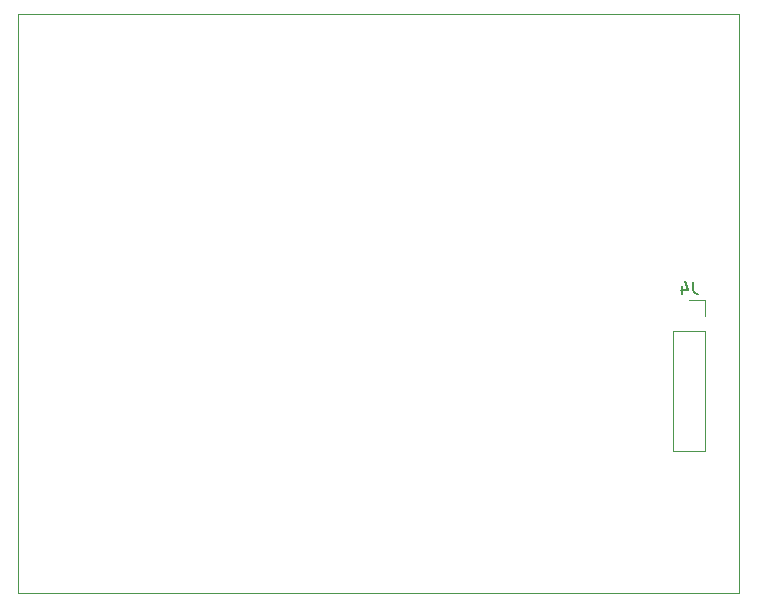
<source format=gbr>
%TF.GenerationSoftware,KiCad,Pcbnew,8.0.5*%
%TF.CreationDate,2025-02-06T11:15:49+08:00*%
%TF.ProjectId,arduino_solar_bikelight_1,61726475-696e-46f5-9f73-6f6c61725f62,rev?*%
%TF.SameCoordinates,Original*%
%TF.FileFunction,Legend,Bot*%
%TF.FilePolarity,Positive*%
%FSLAX46Y46*%
G04 Gerber Fmt 4.6, Leading zero omitted, Abs format (unit mm)*
G04 Created by KiCad (PCBNEW 8.0.5) date 2025-02-06 11:15:49*
%MOMM*%
%LPD*%
G01*
G04 APERTURE LIST*
%ADD10C,0.150000*%
%ADD11C,0.120000*%
%TA.AperFunction,Profile*%
%ADD12C,0.050000*%
%TD*%
G04 APERTURE END LIST*
D10*
X183878333Y-81024819D02*
X183878333Y-81739104D01*
X183878333Y-81739104D02*
X183925952Y-81881961D01*
X183925952Y-81881961D02*
X184021190Y-81977200D01*
X184021190Y-81977200D02*
X184164047Y-82024819D01*
X184164047Y-82024819D02*
X184259285Y-82024819D01*
X182973571Y-81358152D02*
X182973571Y-82024819D01*
X183211666Y-80977200D02*
X183449761Y-81691485D01*
X183449761Y-81691485D02*
X182830714Y-81691485D01*
D11*
%TO.C,J4*%
X182215000Y-85170000D02*
X184875000Y-85170000D01*
X182215000Y-95390000D02*
X182215000Y-85170000D01*
X182215000Y-95390000D02*
X184875000Y-95390000D01*
X183545000Y-82570000D02*
X184875000Y-82570000D01*
X184875000Y-82570000D02*
X184875000Y-83900000D01*
X184875000Y-95390000D02*
X184875000Y-85170000D01*
%TD*%
D12*
X126745000Y-58395000D02*
X187745000Y-58395000D01*
X187745000Y-107395000D01*
X126745000Y-107395000D01*
X126745000Y-58395000D01*
M02*

</source>
